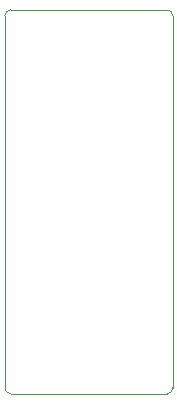
<source format=gbr>
%TF.GenerationSoftware,KiCad,Pcbnew,(6.0.7)*%
%TF.CreationDate,2022-08-31T20:47:36+01:00*%
%TF.ProjectId,Adapter,41646170-7465-4722-9e6b-696361645f70,rev?*%
%TF.SameCoordinates,Original*%
%TF.FileFunction,Profile,NP*%
%FSLAX46Y46*%
G04 Gerber Fmt 4.6, Leading zero omitted, Abs format (unit mm)*
G04 Created by KiCad (PCBNEW (6.0.7)) date 2022-08-31 20:47:36*
%MOMM*%
%LPD*%
G01*
G04 APERTURE LIST*
%TA.AperFunction,Profile*%
%ADD10C,0.100000*%
%TD*%
G04 APERTURE END LIST*
D10*
X159258000Y-86868000D02*
G75*
G03*
X158750000Y-86360000I-508000J0D01*
G01*
X159258000Y-118364000D02*
X159258000Y-86868000D01*
X145034000Y-118364000D02*
G75*
G03*
X145542000Y-118872000I508000J0D01*
G01*
X145542000Y-86360000D02*
G75*
G03*
X145034000Y-86868000I0J-508000D01*
G01*
X158750000Y-86360000D02*
X145542000Y-86360000D01*
X145034000Y-86868000D02*
X145034000Y-118364000D01*
X145542000Y-118872000D02*
X158750000Y-118872000D01*
X158750000Y-118872000D02*
G75*
G03*
X159258000Y-118364000I0J508000D01*
G01*
M02*

</source>
